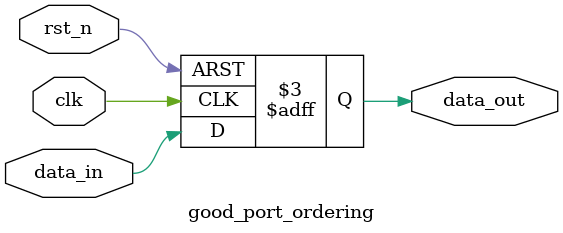
<source format=sv>
module str_port_ordering_violation (
  output logic data_out,     // STR_005: output before clk/rst
  input logic data_in,
  input logic clk,           // clk should be first
  input logic rst_n          // rst should be second
);
  always_ff @(posedge clk or negedge rst_n) begin
    if (!rst_n)
      data_out <= 0;
    else
      data_out <= data_in;
  end
endmodule

// Good: clk, rst, inputs, outputs
module good_port_ordering (
  input logic clk,
  input logic rst_n,
  input logic data_in,
  output logic data_out
);
  always_ff @(posedge clk or negedge rst_n) begin
    if (!rst_n)
      data_out <= 0;
    else
      data_out <= data_in;
  end
endmodule


</source>
